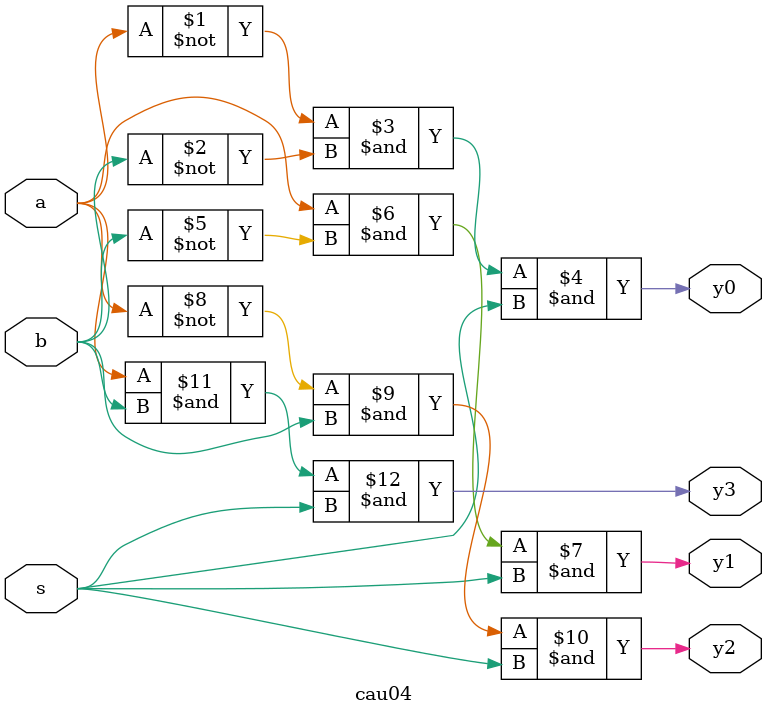
<source format=v>
module cau04(a, b, s, y0, y1, y2, y3);
	input a, b, s;
	//output [3:0]y;
	//assign y0 = ~a & ~b & s;
	//assign y1 = a & ~b & s;
	//assign y2 = ~a & b & s;
	//assign y3 = a & b & s;
	output y0, y1, y2, y3;
	assign y0 = ~a & ~b & s;
	assign y1 = a & ~b & s;
	assign y2 = ~a & b & s;
	assign y3 = a & b & s;
endmodule
	
</source>
